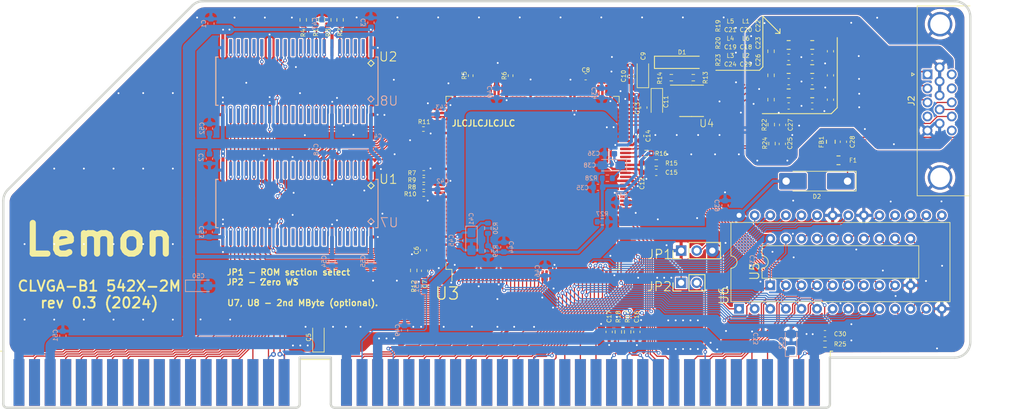
<source format=kicad_pcb>
(kicad_pcb
	(version 20241229)
	(generator "pcbnew")
	(generator_version "9.0")
	(general
		(thickness 1.6)
		(legacy_teardrops no)
	)
	(paper "A4")
	(layers
		(0 "F.Cu" signal)
		(2 "B.Cu" signal)
		(9 "F.Adhes" user "F.Adhesive")
		(11 "B.Adhes" user "B.Adhesive")
		(13 "F.Paste" user)
		(15 "B.Paste" user)
		(5 "F.SilkS" user "F.Silkscreen")
		(7 "B.SilkS" user "B.Silkscreen")
		(1 "F.Mask" user)
		(3 "B.Mask" user)
		(17 "Dwgs.User" user "User.Drawings")
		(19 "Cmts.User" user "User.Comments")
		(21 "Eco1.User" user "User.Eco1")
		(23 "Eco2.User" user "User.Eco2")
		(25 "Edge.Cuts" user)
		(27 "Margin" user)
		(31 "F.CrtYd" user "F.Courtyard")
		(29 "B.CrtYd" user "B.Courtyard")
		(35 "F.Fab" user)
		(33 "B.Fab" user)
	)
	(setup
		(stackup
			(layer "F.SilkS"
				(type "Top Silk Screen")
				(color "White")
			)
			(layer "F.Paste"
				(type "Top Solder Paste")
			)
			(layer "F.Mask"
				(type "Top Solder Mask")
				(color "#CC6600FF")
				(thickness 0.01)
			)
			(layer "F.Cu"
				(type "copper")
				(thickness 0.035)
			)
			(layer "dielectric 1"
				(type "core")
				(color "FR4 natural")
				(thickness 1.51)
				(material "FR4")
				(epsilon_r 4.5)
				(loss_tangent 0.02)
			)
			(layer "B.Cu"
				(type "copper")
				(thickness 0.035)
			)
			(layer "B.Mask"
				(type "Bottom Solder Mask")
				(color "#CC6600FF")
				(thickness 0.01)
			)
			(layer "B.Paste"
				(type "Bottom Solder Paste")
			)
			(layer "B.SilkS"
				(type "Bottom Silk Screen")
				(color "White")
			)
			(copper_finish "HAL SnPb")
			(dielectric_constraints no)
		)
		(pad_to_mask_clearance 0.0508)
		(solder_mask_min_width 0.2)
		(allow_soldermask_bridges_in_footprints no)
		(tenting front back)
		(pcbplotparams
			(layerselection 0x00000000_00000000_55555555_575555ff)
			(plot_on_all_layers_selection 0x00000000_00000000_00000000_02000000)
			(disableapertmacros no)
			(usegerberextensions yes)
			(usegerberattributes yes)
			(usegerberadvancedattributes yes)
			(creategerberjobfile yes)
			(dashed_line_dash_ratio 12.000000)
			(dashed_line_gap_ratio 3.000000)
			(svgprecision 4)
			(plotframeref no)
			(mode 1)
			(useauxorigin no)
			(hpglpennumber 1)
			(hpglpenspeed 20)
			(hpglpendiameter 15.000000)
			(pdf_front_fp_property_popups yes)
			(pdf_back_fp_property_popups yes)
			(pdf_metadata yes)
			(pdf_single_document no)
			(dxfpolygonmode yes)
			(dxfimperialunits yes)
			(dxfusepcbnewfont yes)
			(psnegative no)
			(psa4output no)
			(plot_black_and_white yes)
			(plotinvisibletext no)
			(sketchpadsonfab no)
			(plotpadnumbers no)
			(hidednponfab no)
			(sketchdnponfab yes)
			(crossoutdnponfab yes)
			(subtractmaskfromsilk yes)
			(outputformat 1)
			(mirror no)
			(drillshape 0)
			(scaleselection 1)
			(outputdirectory "Gerber-0.3/")
		)
	)
	(net 0 "")
	(net 1 "/MD16")
	(net 2 "/MD17")
	(net 3 "/MD18")
	(net 4 "/MD19")
	(net 5 "/MD20")
	(net 6 "/MD21")
	(net 7 "/MD22")
	(net 8 "/MD23")
	(net 9 "/MD24")
	(net 10 "/MD25")
	(net 11 "/MD26")
	(net 12 "/MD27")
	(net 13 "/MD28")
	(net 14 "/MD29")
	(net 15 "/MD30")
	(net 16 "/MD31")
	(net 17 "/SD0")
	(net 18 "/SD1")
	(net 19 "/SD2")
	(net 20 "/SD3")
	(net 21 "/SD4")
	(net 22 "/SD5")
	(net 23 "/SD6")
	(net 24 "/SD7")
	(net 25 "/SD8")
	(net 26 "/SD9")
	(net 27 "/SD10")
	(net 28 "/SD11")
	(net 29 "/SD12")
	(net 30 "/SD13")
	(net 31 "/SD14")
	(net 32 "/SD15")
	(net 33 "/RESET")
	(net 34 "/LA23")
	(net 35 "/IOCHRDY")
	(net 36 "/LA22")
	(net 37 "/AEN")
	(net 38 "/BALE")
	(net 39 "/LA21")
	(net 40 "/LA20")
	(net 41 "/LA19")
	(net 42 "/LA18")
	(net 43 "/LA17")
	(net 44 "/SA16")
	(net 45 "/SA15")
	(net 46 "/SA14")
	(net 47 "/SA13")
	(net 48 "/SA12")
	(net 49 "/SA11")
	(net 50 "/SA10")
	(net 51 "/SA9")
	(net 52 "/SA8")
	(net 53 "/SA7")
	(net 54 "/SA6")
	(net 55 "/SA5")
	(net 56 "/SA4")
	(net 57 "/SA3")
	(net 58 "/SA2")
	(net 59 "/SA1")
	(net 60 "/SA0")
	(net 61 "/MD0")
	(net 62 "/MD1")
	(net 63 "/MD2")
	(net 64 "/MD3")
	(net 65 "/MD4")
	(net 66 "/MD5")
	(net 67 "/MD6")
	(net 68 "/MD7")
	(net 69 "VCC")
	(net 70 "Net-(C15-Pad1)")
	(net 71 "Net-(C18-Pad1)")
	(net 72 "RED")
	(net 73 "GREEN")
	(net 74 "BLUE")
	(net 75 "Net-(D1-A)")
	(net 76 "Net-(D2-K)")
	(net 77 "Net-(F1-Pad1)")
	(net 78 "Net-(C7-Pad1)")
	(net 79 "Net-(C20-Pad1)")
	(net 80 "Net-(C22-Pad1)")
	(net 81 "Net-(C23-Pad1)")
	(net 82 "Net-(C25-Pad1)")
	(net 83 "MFILVDD")
	(net 84 "DACVSS")
	(net 85 "DACVDD")
	(net 86 "IREF")
	(net 87 "VFILVDD")
	(net 88 "MFILTER")
	(net 89 "VFILTER")
	(net 90 "/~{MEMW}")
	(net 91 "/~{MEMR}")
	(net 92 "/~{CAS3}")
	(net 93 "/~{IOR}")
	(net 94 "/~{CAS2}")
	(net 95 "/~{CAS1}")
	(net 96 "/~{CAS0}")
	(net 97 "/~{WE}")
	(net 98 "/~{RAS1}")
	(net 99 "/~{RAS0}")
	(net 100 "/~{EROM}")
	(net 101 "/~{IOCS16}")
	(net 102 "/~{MCS16}")
	(net 103 "/~{SBHE}")
	(net 104 "/~{REFRESH}")
	(net 105 "/~{IOW}")
	(net 106 "/0WS")
	(net 107 "VSYNC")
	(net 108 "HSYNC")
	(net 109 "/EEDI")
	(net 110 "/EECS")
	(net 111 "/P0")
	(net 112 "/P1")
	(net 113 "/P2")
	(net 114 "/P3")
	(net 115 "/P4")
	(net 116 "/P5")
	(net 117 "/P6")
	(net 118 "/P7")
	(net 119 "/DCLK")
	(net 120 "/~{BLANK}")
	(net 121 "/~{EVIDEO}")
	(net 122 "/~{ESYNC}")
	(net 123 "/~{EDCLK}")
	(net 124 "/MD15")
	(net 125 "/MD14")
	(net 126 "/MD13")
	(net 127 "/MD12")
	(net 128 "/MD11")
	(net 129 "/MD10")
	(net 130 "/MD9")
	(net 131 "/MD8")
	(net 132 "/MA8")
	(net 133 "/MA7")
	(net 134 "/MA6")
	(net 135 "/MA5")
	(net 136 "/MA4")
	(net 137 "/MA3")
	(net 138 "/MA2")
	(net 139 "/MA1")
	(net 140 "/MA0")
	(net 141 "/BOSC")
	(net 142 "Net-(C26-Pad1)")
	(net 143 "Net-(C27-Pad1)")
	(net 144 "Net-(U3-RESET)")
	(net 145 "Net-(C28-Pad1)")
	(net 146 "Net-(C29-Pad1)")
	(net 147 "unconnected-(J1-IRQ2-Pad4)")
	(net 148 "unconnected-(J1--5V-Pad5)")
	(net 149 "unconnected-(J1-DRQ2-Pad6)")
	(net 150 "Net-(U3-~{IOR})")
	(net 151 "Net-(U3-~{MEMR})")
	(net 152 "unconnected-(J1--12V-Pad7)")
	(net 153 "Net-(J1-UNUSED)")
	(net 154 "unconnected-(J1-+12V-Pad9)")
	(net 155 "unconnected-(J1-~{DACK3}-Pad15)")
	(net 156 "unconnected-(J1-DRQ3-Pad16)")
	(net 157 "unconnected-(J1-~{DACK1}-Pad17)")
	(net 158 "unconnected-(J1-DRQ1-Pad18)")
	(net 159 "unconnected-(J1-CLK-Pad20)")
	(net 160 "unconnected-(J1-IRQ7-Pad21)")
	(net 161 "unconnected-(J1-IRQ6-Pad22)")
	(net 162 "unconnected-(J1-IRQ5-Pad23)")
	(net 163 "unconnected-(J1-IRQ4-Pad24)")
	(net 164 "unconnected-(J1-IRQ3-Pad25)")
	(net 165 "unconnected-(J1-~{DACK2}-Pad26)")
	(net 166 "unconnected-(J1-TC-Pad27)")
	(net 167 "unconnected-(J1-IO-Pad32)")
	(net 168 "unconnected-(J1-BA19-Pad43)")
	(net 169 "unconnected-(J1-BA18-Pad44)")
	(net 170 "unconnected-(J1-BA17-Pad45)")
	(net 171 "unconnected-(J1-IRQ10-Pad65)")
	(net 172 "unconnected-(J1-IRQ11-Pad66)")
	(net 173 "unconnected-(J1-IRQ12-Pad67)")
	(net 174 "unconnected-(J1-IRQ15-Pad68)")
	(net 175 "unconnected-(J1-IRQ14-Pad69)")
	(net 176 "unconnected-(J1-~{DACK0}-Pad70)")
	(net 177 "unconnected-(J1-DRQ0-Pad71)")
	(net 178 "unconnected-(J1-~{DACK5}-Pad72)")
	(net 179 "unconnected-(J1-DRQ5-Pad73)")
	(net 180 "unconnected-(J1-~{DACK6}-Pad74)")
	(net 181 "unconnected-(J1-DRQ6-Pad75)")
	(net 182 "unconnected-(J1-~{DACK7}-Pad76)")
	(net 183 "unconnected-(J1-DRQ7-Pad77)")
	(net 184 "unconnected-(J1-MASTER-Pad79)")
	(net 185 "unconnected-(J1-~{MEMR}-Pad89)")
	(net 186 "unconnected-(J1-~{MEMW}-Pad90)")
	(net 187 "unconnected-(J2-Pad4)")
	(net 188 "unconnected-(J2-Pad11)")
	(net 189 "unconnected-(J2-Pad12)")
	(net 190 "unconnected-(J2-Pad15)")
	(net 191 "Net-(JP1-C)")
	(net 192 "Net-(U3-~{WE1})")
	(net 193 "Net-(U3-~{CAS})")
	(net 194 "Net-(U3-~{WE0})")
	(net 195 "Net-(U3-~{TWR})")
	(net 196 "Net-(U3-~{WE3})")
	(net 197 "Net-(R13-Pad2)")
	(net 198 "Net-(U3-~{RAS})")
	(net 199 "Net-(U3-~{OE})")
	(net 200 "Net-(U3-OSC)")
	(net 201 "Net-(U3-~{WE2})")
	(net 202 "unconnected-(U1-NC-Pad11)")
	(net 203 "unconnected-(U1-NC-Pad12)")
	(net 204 "unconnected-(U1-NC-Pad15)")
	(net 205 "unconnected-(U1-NC-Pad30)")
	(net 206 "unconnected-(U3-IRQ-Pad52)")
	(net 207 "unconnected-(U3-OVRW-Pad71)")
	(net 208 "unconnected-(U3-MA9-Pad143)")
	(net 209 "unconnected-(U3-MCLK-Pad157)")
	(net 210 "unconnected-(U3-XTAL-Pad158)")
	(net 211 "Net-(U5-B7)")
	(net 212 "Net-(U5-B6)")
	(net 213 "Net-(U5-B5)")
	(net 214 "Net-(U5-B4)")
	(net 215 "Net-(U5-B3)")
	(net 216 "Net-(U5-B2)")
	(net 217 "Net-(U5-B1)")
	(net 218 "GND")
	(net 219 "Net-(U5-B0)")
	(net 220 "GNDA")
	(net 221 "unconnected-(U2-NC-Pad30)")
	(net 222 "unconnected-(U2-NC-Pad15)")
	(net 223 "unconnected-(U2-NC-Pad12)")
	(net 224 "unconnected-(U2-NC-Pad11)")
	(net 225 "unconnected-(U7-NC-Pad11)")
	(net 226 "unconnected-(U7-NC-Pad12)")
	(net 227 "unconnected-(U7-NC-Pad15)")
	(net 228 "unconnected-(U7-NC-Pad30)")
	(net 229 "unconnected-(U8-NC-Pad11)")
	(net 230 "unconnected-(U8-NC-Pad12)")
	(net 231 "unconnected-(U8-NC-Pad15)")
	(net 232 "unconnected-(U8-NC-Pad30)")
	(footprint "Package_SO_J-Lead:SOJ-40-Socket-LongPads" (layer "F.Cu") (at 120.865 81.127 180))
	(footprint "Package_SO_J-Lead:SOJ-40-Socket-LongPads" (layer "F.Cu") (at 120.865 61.174 180))
	(footprint "Connector_PinHeader_2.54mm:PinHeader_1x02_P2.54mm_Vertical" (layer "F.Cu") (at 184.075 93.925 90))
	(footprint "Capacitor_SMD:C_0603_1608Metric" (layer "F.Cu") (at 207.5 102.225 180))
	(footprint "Resistor_SMD:R_0603_1608Metric" (layer "F.Cu") (at 207.5 103.925))
	(footprint "Capacitor_SMD:C_0603_1608Metric" (layer "F.Cu") (at 177.475 69.975 -90))
	(footprint "Capacitor_SMD:C_0603_1608Metric" (layer "F.Cu") (at 168.525 60.325 180))
	(footprint "Capacitor_SMD:C_0603_1608Metric" (layer "F.Cu") (at 175.85 60.275 90))
	(footprint "Capacitor_SMD:C_0603_1608Metric" (layer "F.Cu") (at 142.11 88.61 -90))
	(footprint "Capacitor_SMD:C_0603_1608Metric" (layer "F.Cu") (at 177.625 75.15 -90))
	(footprint "Capacitor_SMD:C_0603_1608Metric" (layer "F.Cu") (at 200.55 71.275 90))
	(footprint "Capacitor_SMD:C_0603_1608Metric" (layer "F.Cu") (at 178 65.35 -90))
	(footprint "Capacitor_Tantalum_SMD:CP_EIA-3216-18_Kemet-A" (layer "F.Cu") (at 177.85 59.8 90))
	(footprint "Capacitor_SMD:C_0603_1608Metric" (layer "F.Cu") (at 210.5 70.925 -90))
	(footprint "Diode_SMD:D_MELF-RM10_Universal_Handsoldering" (layer "F.Cu") (at 206.175 77.35 180))
	(footprint "Fuse:Fuse_0805_2012Metric_Pad1.15x1.40mm_HandSolder" (layer "F.Cu") (at 209.7 73.95))
	(footprint "Inductor_SMD:L_0805_2012Metric_Pad1.15x1.40mm_HandSolder" (layer "F.Cu") (at 208.45 70.925 -90))
	(footprint "Resistor_SMD:R_0603_1608Metric" (layer "F.Cu") (at 122.525 51.05 -90))
	(footprint "Resistor_SMD:R_0603_1608Metric" (layer "F.Cu") (at 124.525 51.05 -90))
	(footprint "Resistor_SMD:R_0402_1005Metric_Pad0.72x0.64mm_HandSolder" (layer "F.Cu") (at 156.3 60.15 -90))
	(footprint "Resistor_SMD:R_0603_1608Metric" (layer "F.Cu") (at 140.52 91.91 -90))
	(footprint "Resistor_SMD:R_0603_1608Metric" (layer "F.Cu") (at 180.025 74.375))
	(footprint "Resistor_SMD:R_0603_1608Metric" (layer "F.Cu") (at 182.475 60.475))
	(footprint "Resistor_SMD:R_0603_1608Metric" (layer "F.Cu") (at 186.05 60.475 180))
	(footprint "Resistor_SMD:R_0603_1608Metric" (layer "F.Cu") (at 198.75 68.125 -90))
	(footprint "Resistor_SMD:R_0603_1608Metric" (layer "F.Cu") (at 198.875 71.225 90))
	(footprint "Package_SO:SOIC-8_3.9x4.9mm_P1.27mm" (layer "F.Cu") (at 185.775 64.25))
	(footprint "Resistor_SMD:R_0402_1005Metric_Pad0.72x0.64mm_HandSolder" (layer "F.Cu") (at 149.8 60.15 -90))
	(footprint "Capacitor_SMD:C_0603_1608Metric" (layer "F.Cu") (at 142.29 91.97 90))
	(footprint "Capacitor_SMD:C_0603_1608Metric" (layer "F.Cu") (at 180.025 75.925 180))
	(footprint "Capacitor_Tantalum_SMD:CP_EIA-3216-18_Kemet-A" (layer "F.Cu") (at 125 102.9 90))
	(footprint "Connector_PCBEdge:BUS_AT" (layer "F.Cu") (at 205.7659 110.17758))
	(footprint "Package_DIP:DIP-20_W7.62mm" (layer "F.Cu") (at 198.585 94.34 90))
	(footprint "Resistor_SMD:R_0603_1608Metric" (layer "F.Cu") (at 126.525 51.05 -90))
	(footprint "Resistor_SMD:R_0603_1608Metric" (layer "F.Cu") (at 128.525 51.05 -90))
	(footprint "Connector_PinHeader_2.54mm:PinHeader_1x03_P2.54mm_Vertical"
		(layer "F.Cu")
		(uuid "00000000-0000-0000-0000-00005eef0d67")
		(at 184.075 88.675 90)
		(descr "Through hole straight pin header, 1x03, 2.54mm pitch, single row")
		(tags "Through hole pin header THT 1x03 2.54mm single row")
		(property "Reference" "JP1"
			(at -0.615 -3.495 0)
			(layer "F.SilkS")
			(uuid "293d8cc6-e1f5-48b0-a21b-c370dfbd675d")
			(effects
				(font
					(size 1.5 1.5)
					(thickness 0.15)
				)
			)
		)
		(property "Value" "Jumper_3_Bridged12"
			(at 0 7.41 90)
			(layer "F.Fab")
			(uuid "53cb5027-ef02-46ad-8bbd-1f668dfb0655")
			(effects
				(font
					(size 0.7 0.7)
					(thickness 0.1)
				)
			)
		)
		(property "Datasheet" ""
			(at 0 0 90)
			(layer "F.Fab")
			(hide yes)
			(uuid "8bbb66c4-1cfb-4c4a-a753-54f6420f66ef")
			(effects
				(font
					(size 1.27 1.27)
					(thickness 0.15)
				)
			)
		)
		(property "Description" ""
			(at 0 0 90)
			(layer "F.Fab")
			(hide yes)
			(uuid "5c09d37e-bace-4b82-9a93-cb21172b658d")
			(effects
				(font
					(size 1.27 1.27)
					(thickness 0.15)
				)
			)
		)
		(path "/00000000-0000-0000-0000-00005f693fa5")
		(sheetfile "GD542x.kicad_sch")
		(attr through_hole)
		(fp_line
			(start -1.33 -1.33)
			(end 0 -1.33)
			(stroke
				(width 0.155)
				(type solid)
			)
			(layer "F.SilkS")
			(uuid "39a6f6f6-7979-4071-93ea-ea7853637f1e")
		)
		(fp_line
			(start -1.33 0)
			(end -1.33 -1.33)
			(stroke
				(width 0.155)
				(type solid)
			)
			(layer "F.SilkS")
			(uuid "d36c6c96-91e5-454c-824f-9e85956e691b")
		)
		(fp_line
			(start 1.33 1.27)
			(end 1.33 6.41)
			(stroke
				(width 0.155)
				(type solid)
			)
			(layer "F.SilkS")
			(uuid "4eeb26a9-41e2-4613-bb35-237003edd284")
		)
		(fp_line
			(start -1.33 1.27)
			(end 1.33 1.27)
			(stroke
				(width 0.155)
				(type solid)
			)
			(layer "F.SilkS")
			(uuid "d6b00d82-0158-42b0-8d0c-0a4e2435b27e")
		)
		(fp_line
			(start -1.33 1.27)
			(end -1.33 6.41)
			(stroke
				(width 0.155)
				(type solid)
			)
			(layer "F.SilkS")
			(uuid "53405066-3255-4300-bd2e-c49abb5ccf6d")
		)
		(fp_line
			(start -1.33 6.41)
			(end 1.33 6.41)
			(stroke
				(width 0.155)
				(type solid)
			)
			(layer "F.SilkS")
			(uuid "8fb45021-4b5f-47e2-9dcc-dbd29aafd561")
		)
		(fp_line
			(start 1.8 -1.8)
			(end -1.8 -1.8)
			(stroke
				(width 0.155)
				(type solid)
			)
			(layer "F.CrtYd")
			(uuid "d0b27758-00b0-494b-95cc-5f99ba857770")
		)
		(fp_line
			(start -1.8 -1.8)
			(end -1.8 6.85)
			(stroke
				(width 0.155)
				(type solid)
			)
			(layer "F.CrtYd")
			(uuid "8a6d81be-cec3-4e11-b57b-b834f4882dfd")
		)
		(fp_line
			(start 1.8 6.85)
			(end 1.8 -1.8)
			(stroke
				(width 0.155)
				(type solid)
			)
			(layer "F.CrtYd")
			(uuid "f12775be-6e21-4c0d-98d6-837a4cb53111")
		)
		(fp_line
			(start -1.8 6.85)
			(end 1.8 6.85)
			(stroke
				(width 0.155)
				(type solid)
			)
			(layer "F.CrtYd")
			(uuid "df779804-830c-483c-8609-8c330f7286
... [1443495 chars truncated]
</source>
